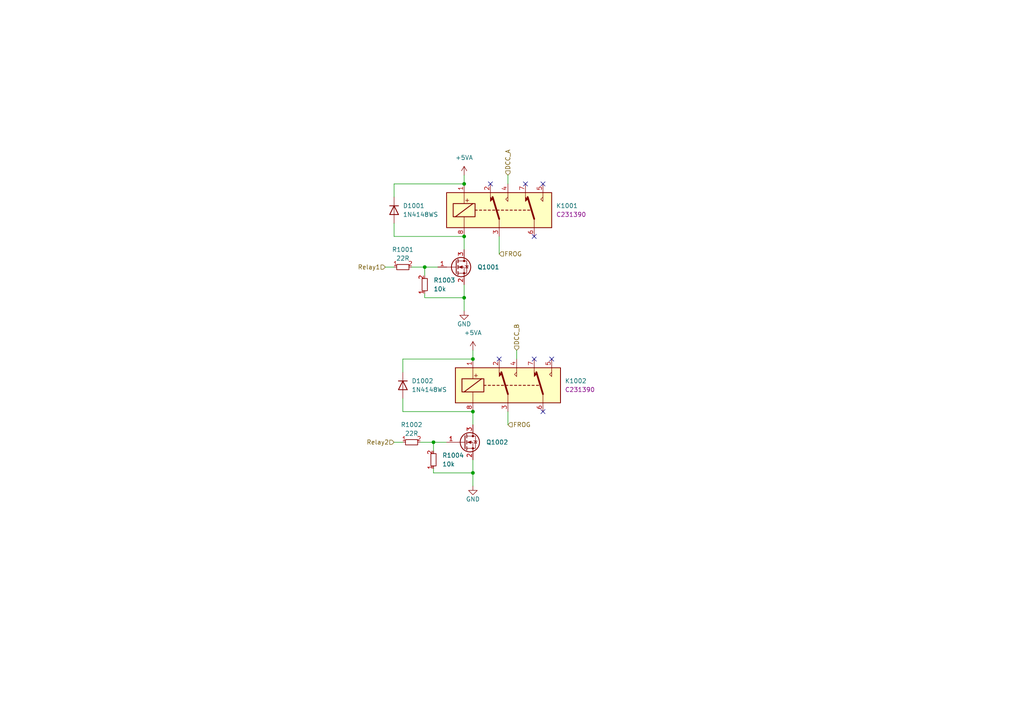
<source format=kicad_sch>
(kicad_sch (version 20230121) (generator eeschema)
  (paper "A4")
  (title_block (company "Train-Science"))
  (lib_symbols
    (symbol "custom_kicad_lib_sk:1N4148WS" (pin_numbers hide) (pin_names hide)
      (property "Reference" "D" (at 0 2.54 0))
      (property "Value" "1N4148WS" (at 0 -2.54 0))
      (symbol "1N4148WS_0_1"
        (polyline (pts (xy -1.27 1.27) (xy -1.27 -1.27)) (stroke (width 0.254)))
        (polyline (pts (xy 1.27 0) (xy -1.27 0)))
        (polyline (pts (xy 1.27 1.27) (xy 1.27 -1.27) (xy -1.27 0) (xy 1.27 1.27)) (stroke (width 0.254)))
      )
      (symbol "1N4148WS_1_1"
        (pin passive line (at -3.81 0 0) (length 2.54) (name "K") (number "1"))
        (pin passive line (at 3.81 0 180) (length 2.54) (name "A") (number "2"))
      )
    )
    (symbol "custom_kicad_lib_sk:AO3400A" (pin_names hide)
      (property "Reference" "Q" (at 5.08 1.905 0))
      (symbol "AO3400A_0_1"
        (polyline (pts (xy 0.254 0) (xy -2.54 0)))
        (polyline (pts (xy 0.254 1.905) (xy 0.254 -1.905)) (stroke (width 0.254)))
        (polyline (pts (xy 0.762 -1.27) (xy 0.762 -2.286)) (stroke (width 0.254)))
        (polyline (pts (xy 0.762 0.508) (xy 0.762 -0.508)) (stroke (width 0.254)))
        (polyline (pts (xy 0.762 2.286) (xy 0.762 1.27)) (stroke (width 0.254)))
        (polyline (pts (xy 2.54 2.54) (xy 2.54 1.778)))
        (polyline (pts (xy 2.54 -2.54) (xy 2.54 0) (xy 0.762 0)))
        (polyline (pts (xy 0.762 -1.778) (xy 3.302 -1.778) (xy 3.302 1.778) (xy 0.762 1.778)))
        (polyline (pts (xy 1.016 0) (xy 2.032 0.381) (xy 2.032 -0.381) (xy 1.016 0)) (fill (type outline)))
        (polyline (pts (xy 2.794 0.508) (xy 2.921 0.381) (xy 3.683 0.381) (xy 3.81 0.254)))
        (polyline (pts (xy 3.302 0.381) (xy 2.921 -0.254) (xy 3.683 -0.254) (xy 3.302 0.381)))
        (circle (center 1.651 0) (radius 2.794) (stroke (width 0.254)))
        (circle (center 2.54 -1.778) (radius 0.254) (fill (type outline)))
        (circle (center 2.54 1.778) (radius 0.254) (fill (type outline)))
      )
      (symbol "AO3400A_1_1"
        (pin input line (at -5.08 0 0) (length 2.54) (name "G") (number "1"))
        (pin passive line (at 2.54 -5.08 90) (length 2.54) (name "S") (number "2"))
        (pin passive line (at 2.54 5.08 270) (length 2.54) (name "D") (number "3"))
      )
    )
    (symbol "custom_kicad_lib_sk:G6K-2"
      (property "Reference" "K" (at 16.51 3.81 0))
      (property "JLCPCB Part#" "C47190" (at 0 0 0))
      (symbol "G6K-2_0_0"
        (text "+" (at -9.271 2.921 0) (effects (font (size 1.27 1.27))))
      )
      (symbol "G6K-2_0_1"
        (rectangle (start -15.24 5.08) (end 15.24 -5.08) (stroke (width 0.254)) (fill (type background)))
        (rectangle (start -13.335 1.905) (end -6.985 -1.905) (stroke (width 0.254)))
        (polyline (pts (xy -12.7 -1.905) (xy -7.62 1.905)) (stroke (width 0.254)))
        (polyline (pts (xy -10.16 -5.08) (xy -10.16 -1.905)))
        (polyline (pts (xy -10.16 5.08) (xy -10.16 1.905)))
        (polyline (pts (xy -6.985 0) (xy -6.35 0)) (stroke (width 0.254)))
        (polyline (pts (xy -5.715 0) (xy -5.08 0)) (stroke (width 0.254)))
        (polyline (pts (xy -4.445 0) (xy -3.81 0)) (stroke (width 0.254)))
        (polyline (pts (xy -3.175 0) (xy -2.54 0)) (stroke (width 0.254)))
        (polyline (pts (xy -1.905 0) (xy -1.27 0)) (stroke (width 0.254)))
        (polyline (pts (xy -0.635 0) (xy 0 0)) (stroke (width 0.254)))
        (polyline (pts (xy 0 -2.54) (xy -1.905 3.81)) (stroke (width 0.508)))
        (polyline (pts (xy 0 -2.54) (xy 0 -5.08)))
        (polyline (pts (xy 0.635 0) (xy 1.27 0)) (stroke (width 0.254)))
        (polyline (pts (xy 1.905 0) (xy 2.54 0)) (stroke (width 0.254)))
        (polyline (pts (xy 3.175 0) (xy 3.81 0)) (stroke (width 0.254)))
        (polyline (pts (xy 4.445 0) (xy 5.08 0)) (stroke (width 0.254)))
        (polyline (pts (xy 5.715 0) (xy 6.35 0)) (stroke (width 0.254)))
        (polyline (pts (xy 6.985 0) (xy 7.62 0)) (stroke (width 0.254)))
        (polyline (pts (xy 8.255 0) (xy 8.89 0)) (stroke (width 0.254)))
        (polyline (pts (xy 10.16 -2.54) (xy 8.255 3.81)) (stroke (width 0.508)))
        (polyline (pts (xy 10.16 -2.54) (xy 10.16 -5.08)))
        (polyline (pts (xy -2.54 5.08) (xy -2.54 2.54) (xy -1.905 3.175) (xy -2.54 3.81)) (fill (type outline)))
        (polyline (pts (xy 2.54 5.08) (xy 2.54 2.54) (xy 1.905 3.175) (xy 2.54 3.81)))
        (polyline (pts (xy 7.62 5.08) (xy 7.62 2.54) (xy 8.255 3.175) (xy 7.62 3.81)) (fill (type outline)))
        (polyline (pts (xy 12.7 5.08) (xy 12.7 2.54) (xy 12.065 3.175) (xy 12.7 3.81)))
      )
      (symbol "G6K-2_1_1"
        (pin passive line (at -10.16 7.62 270) (length 2.54) (name "~") (number "1"))
        (pin passive line (at -2.54 7.62 270) (length 2.54) (name "~") (number "2"))
        (pin passive line (at 0 -7.62 90) (length 2.54) (name "~") (number "3"))
        (pin passive line (at 2.54 7.62 270) (length 2.54) (name "~") (number "4"))
        (pin passive line (at 12.7 7.62 270) (length 2.54) (name "~") (number "5"))
        (pin passive line (at 10.16 -7.62 90) (length 2.54) (name "~") (number "6"))
        (pin passive line (at 7.62 7.62 270) (length 2.54) (name "~") (number "7"))
        (pin passive line (at -10.16 -7.62 90) (length 2.54) (name "~") (number "8"))
      )
    )
    (symbol "power:+5VA" (power) (pin_names (offset 0))
      (property "Value" "+5VA" (at 0 3.556 0))
      (symbol "+5VA_0_1"
        (polyline (pts (xy -0.762 1.27) (xy 0 2.54)))
        (polyline (pts (xy 0 0) (xy 0 2.54)))
        (polyline (pts (xy 0 2.54) (xy 0.762 1.27)))
      )
      (symbol "+5VA_1_1"
        (pin power_in line (at 0 0 90) (length 0) hide (name "+5VA") (number "1"))
      )
    )
    (symbol "power:GND" (power) (pin_names (offset 0))
      (property "Value" "GND" (at 0 -3.81 0))
      (symbol "GND_0_1"
        (polyline (pts (xy 0 0) (xy 0 -1.27) (xy 1.27 -1.27) (xy 0 -2.54) (xy -1.27 -1.27) (xy 0 -1.27)))
      )
      (symbol "GND_1_1"
        (pin power_in line (at 0 0 270) (length 0) hide (name "GND") (number "1"))
      )
    )
    (symbol "resistors_0603:R_10k_0603"
      (property "Reference" "R" (at 1.27 2.54 0))
      (property "Value" "10k" (at 2.54 -2.54 0))
      (symbol "R_10k_0603_0_1"
        (rectangle (start -0.762 1.778) (end 0.762 -1.778) (stroke (width 0.2032)))
      )
      (symbol "R_10k_0603_1_1"
        (pin passive line (at 0 2.54 270) (length 0.762) (name "~") (number "1"))
        (pin passive line (at 0 -2.54 90) (length 0.762) (name "~") (number "2"))
      )
    )
    (symbol "resistors_0603:R_22R_0603"
      (property "Reference" "R" (at 1.27 2.54 0))
      (property "Value" "22R" (at 2.54 -2.54 0))
      (symbol "R_22R_0603_0_1"
        (rectangle (start -0.762 1.778) (end 0.762 -1.778) (stroke (width 0.2032)))
      )
      (symbol "R_22R_0603_1_1"
        (pin passive line (at 0 2.54 270) (length 0.762) (name "~") (number "1"))
        (pin passive line (at 0 -2.54 90) (length 0.762) (name "~") (number "2"))
      )
    )
  )
  (junction (at 137.16 137.16))
  (junction (at 134.62 68.58))
  (junction (at 137.16 119.38))
  (junction (at 137.16 104.14))
  (junction (at 134.62 53.34))
  (junction (at 134.62 86.36))
  (junction (at 123.19 77.47))
  (junction (at 125.73 128.27))
  (no_connect (at 144.78 104.14))
  (no_connect (at 154.94 104.14))
  (no_connect (at 154.94 68.58))
  (no_connect (at 152.4 53.34))
  (no_connect (at 157.48 53.34))
  (no_connect (at 142.24 53.34))
  (no_connect (at 157.48 119.38))
  (no_connect (at 160.02 104.14))
  (wire (pts (xy 114.3 64.77) (xy 114.3 68.58)))
  (wire (pts (xy 123.19 86.36) (xy 134.62 86.36)))
  (wire (pts (xy 125.73 137.16) (xy 125.73 135.89)))
  (wire (pts (xy 125.73 128.27) (xy 129.54 128.27)))
  (wire (pts (xy 111.76 77.47) (xy 114.3 77.47)))
  (wire (pts (xy 123.19 86.36) (xy 123.19 85.09)))
  (wire (pts (xy 134.62 53.34) (xy 114.3 53.34)))
  (wire (pts (xy 116.84 104.14) (xy 116.84 107.95)))
  (wire (pts (xy 121.92 128.27) (xy 125.73 128.27)))
  (wire (pts (xy 137.16 140.97) (xy 137.16 137.16)))
  (wire (pts (xy 134.62 50.8) (xy 134.62 53.34)))
  (wire (pts (xy 134.62 90.17) (xy 134.62 86.36)))
  (wire (pts (xy 116.84 119.38) (xy 137.16 119.38)))
  (wire (pts (xy 123.19 77.47) (xy 127 77.47)))
  (wire (pts (xy 134.62 68.58) (xy 134.62 72.39)))
  (wire (pts (xy 147.32 119.38) (xy 147.32 123.19)))
  (wire (pts (xy 114.3 68.58) (xy 134.62 68.58)))
  (wire (pts (xy 137.16 104.14) (xy 116.84 104.14)))
  (wire (pts (xy 147.32 50.8) (xy 147.32 53.34)))
  (wire (pts (xy 134.62 82.55) (xy 134.62 86.36)))
  (wire (pts (xy 125.73 128.27) (xy 125.73 130.81)))
  (wire (pts (xy 137.16 119.38) (xy 137.16 123.19)))
  (wire (pts (xy 114.3 53.34) (xy 114.3 57.15)))
  (wire (pts (xy 116.84 115.57) (xy 116.84 119.38)))
  (wire (pts (xy 123.19 77.47) (xy 123.19 80.01)))
  (wire (pts (xy 144.78 68.58) (xy 144.78 73.66)))
  (wire (pts (xy 119.38 77.47) (xy 123.19 77.47)))
  (wire (pts (xy 114.3 128.27) (xy 116.84 128.27)))
  (wire (pts (xy 137.16 133.35) (xy 137.16 137.16)))
  (wire (pts (xy 137.16 101.6) (xy 137.16 104.14)))
  (wire (pts (xy 149.86 101.6) (xy 149.86 104.14)))
  (wire (pts (xy 125.73 137.16) (xy 137.16 137.16)))
  (hierarchical_label "DCC_B" (shape input) (at 149.86 101.6 90))
  (hierarchical_label "Relay2" (shape input) (at 114.3 128.27 180))
  (hierarchical_label "DCC_A" (shape input) (at 147.32 50.8 90))
  (hierarchical_label "FROG" (shape input) (at 147.32 123.19 0))
  (hierarchical_label "FROG" (shape input) (at 144.78 73.66 0))
  (hierarchical_label "Relay1" (shape input) (at 111.76 77.47 180))
  (symbol (lib_id "power:GND") (at 137.16 140.97 0) (unit 1)
    (property "Reference" "#PWR0728" (effects hide))
    (property "Value" "GND" (at 137.16 144.78 0))
    (instances (project "OS-ServoDriver" (path "" (reference "#PWR0728") (unit 1)) (path "" (reference "#PWR0729") (unit 1))))
  )
  (symbol (lib_id "resistors_0603:R_10k_0603") (at 125.73 133.35 180) (unit 1)
    (property "Reference" "R1004" (at 128.27 132.08 0) (effects (justify right)))
    (property "Value" "10k" (at 128.27 134.62 0) (effects (justify right)))
    (property "Footprint" "custom_kicad_lib_sk:R_0603_smalltext" (effects hide))
    (property "JLCPCB Part#" "C25804" (effects hide))
    (instances (project "OS-ServoDriver" (path "" (reference "R1004") (unit 1)) (path "" (reference "R1104") (unit 1))))
  )
  (symbol (lib_id "resistors_0603:R_22R_0603") (at 119.38 128.27 90) (unit 1)
    (property "Reference" "R1002" (at 119.38 123.19 90))
    (property "Value" "22R" (at 119.38 125.73 90))
    (property "Footprint" "custom_kicad_lib_sk:R_0603_smalltext" (effects hide))
    (property "JLCPCB Part#" "C23345" (effects hide))
    (instances (project "OS-ServoDriver" (path "" (reference "R1002") (unit 1)) (path "" (reference "R1102") (unit 1))))
  )
  (symbol (lib_id "resistors_0603:R_22R_0603") (at 116.84 77.47 90) (unit 1)
    (property "Reference" "R1001" (at 116.84 72.39 90))
    (property "Value" "22R" (at 116.84 74.93 90))
    (property "Footprint" "custom_kicad_lib_sk:R_0603_smalltext" (effects hide))
    (property "JLCPCB Part#" "C23345" (effects hide))
    (instances (project "OS-ServoDriver" (path "" (reference "R1001") (unit 1)) (path "" (reference "R1101") (unit 1))))
  )
  (symbol (lib_id "custom_kicad_lib_sk:1N4148WS") (at 114.3 60.96 270) (unit 1)
    (property "Reference" "D1001" (at 116.84 59.69 90) (effects (justify left)))
    (property "Value" "1N4148WS" (at 116.84 62.23 90) (effects (justify left)))
    (property "Footprint" "Diode_SMD:D_SOD-323" (effects hide))
    (property "Datasheet" "https://www.vishay.com/docs/85751/1n4148ws.pdf" (effects hide))
    (property "Sim.Device" "D" (effects hide))
    (property "Sim.Pins" "1=K 2=A" (effects hide))
    (property "JLCPCB Part#" "C2128" (effects hide))
    (instances (project "OS-ServoDriver" (path "" (reference "D1001") (unit 1)) (path "" (reference "D1101") (unit 1))))
  )
  (symbol (lib_id "power:+5VA") (at 137.16 101.6 0) (unit 1)
    (property "Reference" "#PWR0724" (effects hide))
    (property "Value" "+5VA" (at 137.16 96.52 0))
    (instances (project "OS-ServoDriver" (path "" (reference "#PWR0724") (unit 1)) (path "" (reference "#PWR0725") (unit 1))))
  )
  (symbol (lib_id "power:+5VA") (at 134.62 50.8 0) (unit 1)
    (property "Reference" "#PWR0704" (effects hide))
    (property "Value" "+5VA" (at 134.62 45.72 0))
    (instances (project "OS-ServoDriver" (path "" (reference "#PWR0704") (unit 1)) (path "" (reference "#PWR0703") (unit 1))))
  )
  (symbol (lib_id "custom_kicad_lib_sk:1N4148WS") (at 116.84 111.76 270) (unit 1)
    (property "Reference" "D1002" (at 119.38 110.49 90) (effects (justify left)))
    (property "Value" "1N4148WS" (at 119.38 113.03 90) (effects (justify left)))
    (property "Footprint" "Diode_SMD:D_SOD-323" (effects hide))
    (property "Datasheet" "https://www.vishay.com/docs/85751/1n4148ws.pdf" (effects hide))
    (property "Sim.Device" "D" (effects hide))
    (property "Sim.Pins" "1=K 2=A" (effects hide))
    (property "JLCPCB Part#" "C2128" (effects hide))
    (instances (project "OS-ServoDriver" (path "" (reference "D1002") (unit 1)) (path "" (reference "D1102") (unit 1))))
  )
  (symbol (lib_id "custom_kicad_lib_sk:G6K-2") (at 144.78 60.96 0) (unit 1)
    (property "Reference" "K1001" (at 161.29 59.69 0) (effects (justify left)))
    (property "Value" "G6K-2F-Y-TR DC5" (effects hide))
    (property "Footprint" "Relay_SMD:Relay_DPDT_Omron_G6K-2F-Y" (effects hide))
    (property "Datasheet" "http://omronfs.omron.com/en_US/ecb/products/pdf/en-g6k.pdf" (effects hide))
    (property "JLCPCB Part#" "C231390" (at 161.29 62.23 0) (effects (justify left)))
    (instances (project "OS-ServoDriver" (path "" (reference "K1001") (unit 1)) (path "" (reference "K1101") (unit 1))))
  )
  (symbol (lib_id "custom_kicad_lib_sk:G6K-2") (at 147.32 111.76 0) (unit 1)
    (property "Reference" "K1002" (at 163.83 110.49 0) (effects (justify left)))
    (property "Value" "G6K-2F-Y-TR DC5" (effects hide))
    (property "Footprint" "Relay_SMD:Relay_DPDT_Omron_G6K-2F-Y" (effects hide))
    (property "Datasheet" "http://omronfs.omron.com/en_US/ecb/products/pdf/en-g6k.pdf" (effects hide))
    (property "JLCPCB Part#" "C231390" (at 163.83 113.03 0) (effects (justify left)))
    (instances (project "OS-ServoDriver" (path "" (reference "K1002") (unit 1)) (path "" (reference "K1102") (unit 1))))
  )
  (symbol (lib_id "custom_kicad_lib_sk:AO3400A") (at 134.62 128.27 0) (unit 1)
    (property "Reference" "Q1002" (at 140.97 128.27 0) (effects (font (size 1.28 1.28)) (justify left)))
    (property "Value" "AO3400A" (effects hide))
    (property "Footprint" "Package_TO_SOT_SMD:SOT-23" (effects hide))
    (property "Datasheet" "http://www.aosmd.com/pdfs/datasheet/AO3400A.pdf" (effects hide))
    (property "JLCPCB Part#" "C20917" (effects hide))
    (instances (project "OS-ServoDriver" (path "" (reference "Q1002") (unit 1)) (path "" (reference "Q1102") (unit 1))))
  )
  (symbol (lib_id "power:GND") (at 134.62 90.17 0) (unit 1)
    (property "Reference" "#PWR0727" (effects hide))
    (property "Value" "GND" (at 134.62 93.98 0))
    (instances (project "OS-ServoDriver" (path "" (reference "#PWR0727") (unit 1)) (path "" (reference "#PWR0726") (unit 1))))
  )
  (symbol (lib_id "resistors_0603:R_10k_0603") (at 123.19 82.55 180) (unit 1)
    (property "Reference" "R1003" (at 125.73 81.28 0) (effects (justify right)))
    (property "Value" "10k" (at 125.73 83.82 0) (effects (justify right)))
    (property "Footprint" "custom_kicad_lib_sk:R_0603_smalltext" (effects hide))
    (property "JLCPCB Part#" "C25804" (effects hide))
    (instances (project "OS-ServoDriver" (path "" (reference "R1003") (unit 1)) (path "" (reference "R1103") (unit 1))))
  )
  (symbol (lib_id "custom_kicad_lib_sk:AO3400A") (at 132.08 77.47 0) (unit 1)
    (property "Reference" "Q1001" (at 138.43 77.47 0) (effects (font (size 1.28 1.28)) (justify left)))
    (property "Value" "AO3400A" (effects hide))
    (property "Footprint" "Package_TO_SOT_SMD:SOT-23" (effects hide))
    (property "Datasheet" "http://www.aosmd.com/pdfs/datasheet/AO3400A.pdf" (effects hide))
    (property "JLCPCB Part#" "C20917" (effects hide))
    (instances (project "OS-ServoDriver" (path "" (reference "Q1001") (unit 1)) (path "" (reference "Q1101") (unit 1))))
  )
)
</source>
